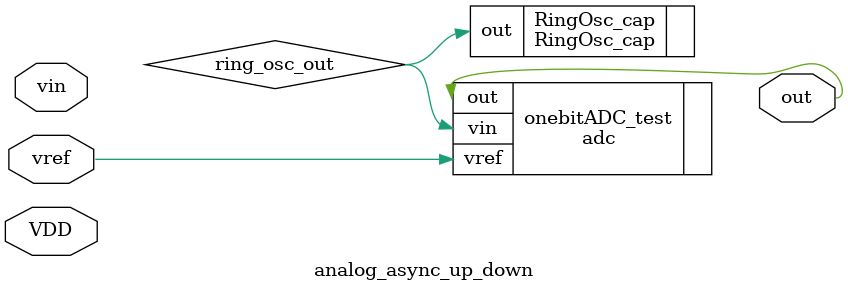
<source format=v>
/* Generated by Yosys 0.13+15 (git sha1 bc027b2ca, gcc 11.3.0-1ubuntu1~22.04 -fPIC -Os) */

module analog_async_up_down(vin, vref, VDD, out);
  input VDD;
  output out;
  wire ring_osc_out;
  input vin;
  input vref;
  RingOsc_cap RingOsc_cap (
    .out(ring_osc_out)
  );
  adc onebitADC_test (
    .out(out),
    .vin(ring_osc_out),
    .vref(vref)
  );
endmodule

</source>
